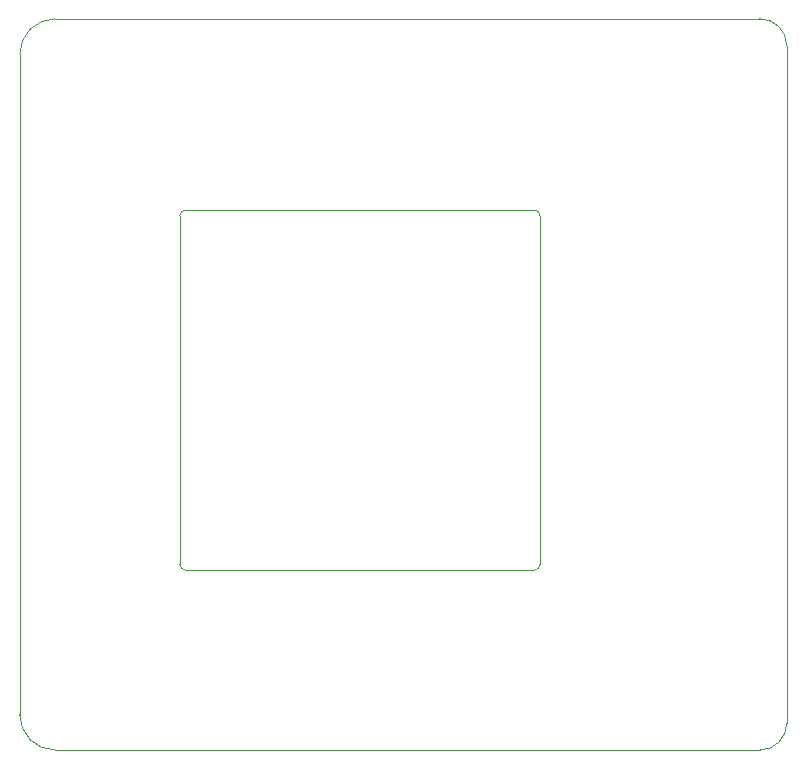
<source format=gm1>
G04 #@! TF.GenerationSoftware,KiCad,Pcbnew,(5.1.0)-1*
G04 #@! TF.CreationDate,2020-09-20T19:40:15+01:00*
G04 #@! TF.ProjectId,Temp Top Board,54656d70-2054-46f7-9020-426f6172642e,-*
G04 #@! TF.SameCoordinates,Original*
G04 #@! TF.FileFunction,Profile,NP*
%FSLAX46Y46*%
G04 Gerber Fmt 4.6, Leading zero omitted, Abs format (unit mm)*
G04 Created by KiCad (PCBNEW (5.1.0)-1) date 2020-09-20 19:40:15*
%MOMM*%
%LPD*%
G04 APERTURE LIST*
%ADD10C,0.100000*%
G04 APERTURE END LIST*
D10*
X152000000Y-106250000D02*
G75*
G02X151500000Y-106750000I-500000J0D01*
G01*
X122000000Y-106750000D02*
G75*
G02X121500000Y-106250000I0J500000D01*
G01*
X121500000Y-76750000D02*
G75*
G02X122000000Y-76250000I500000J0D01*
G01*
X151500000Y-76250000D02*
G75*
G02X152000000Y-76750000I0J-500000D01*
G01*
X121500000Y-106250000D02*
X121500000Y-76750000D01*
X151500000Y-106750000D02*
X122000000Y-106750000D01*
X152000000Y-76750000D02*
X152000000Y-106250000D01*
X122000000Y-76250000D02*
X151500000Y-76250000D01*
X170602000Y-60053000D02*
G75*
G02X172888000Y-62339000I0J-2286000D01*
G01*
X110950400Y-121981000D02*
X170602000Y-121981000D01*
X172888000Y-119695000D02*
G75*
G02X170602000Y-121981000I-2286000J0D01*
G01*
X172888000Y-119695000D02*
X172888000Y-62339000D01*
X107950400Y-63060000D02*
X107950400Y-118981000D01*
X107950400Y-118981000D02*
G75*
G03X110950400Y-121981000I3000000J0D01*
G01*
X110950400Y-60060000D02*
G75*
G03X107950400Y-63060000I0J-3000000D01*
G01*
X170602000Y-60053000D02*
X110950400Y-60060000D01*
M02*

</source>
